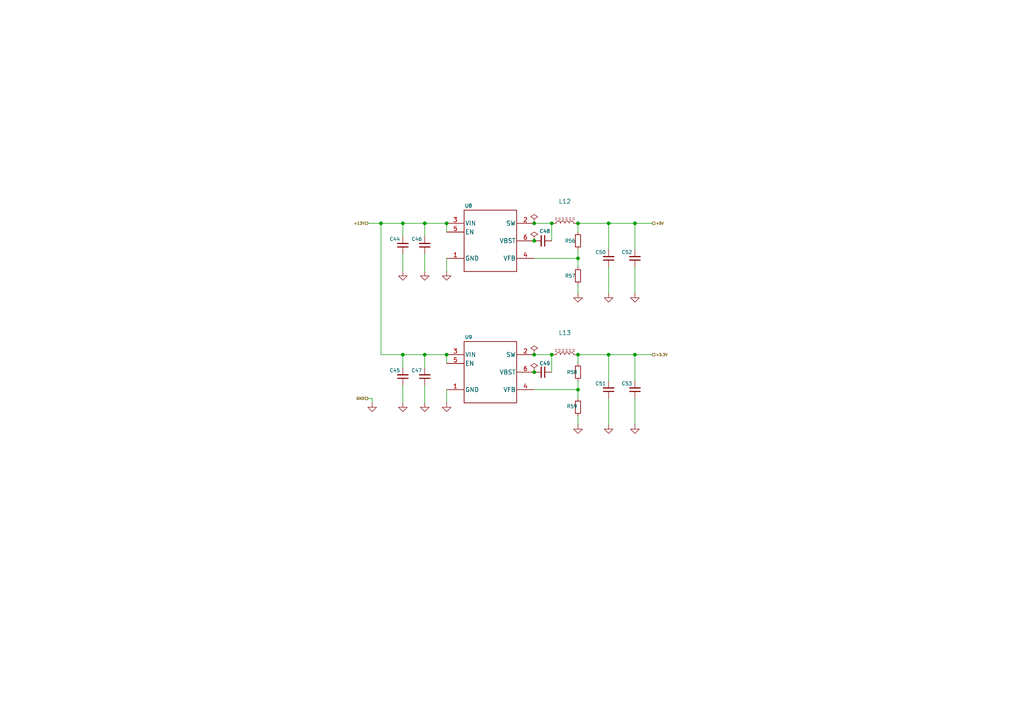
<source format=kicad_sch>
(kicad_sch (version 20250114) (generator "eeschema") (generator_version "9.0")
  (paper "A4")
  (title_block (title "Czujnik parametrów środowiskowych") (date "2026-01-20") (rev "1.0") (company "MarPi82"))
  (lib_symbols
    (symbol "Device:C_Small" (pin_numbers (hide yes)) (pin_names (offset 0.254) (hide yes))
      (property "Reference" "C" (at 0.254 1.778 0))
      (property "Value" "C_Small" (at 0.254 -2.032 0))
      (symbol "C_Small_0_1"
        (polyline (pts (xy -1.524 0.508) (xy 1.524 0.508)) (stroke (width 0.3048)))
        (polyline (pts (xy -1.524 -0.508) (xy 1.524 -0.508)) (stroke (width 0.3302)))
      )
      (symbol "C_Small_1_1"
        (pin passive line (at 0 2.54 270) (length 2.032) (name "~") (number "1"))
        (pin passive line (at 0 -2.54 90) (length 2.032) (name "~") (number "2"))
      )
    )
    (symbol "Device:L_Ferrite" (pin_numbers (hide yes)) (pin_names (offset 1.016) (hide yes))
      (property "Reference" "L" (at -1.27 0 90))
      (property "Value" "L_Ferrite" (at 2.794 0 90))
      (symbol "L_Ferrite_0_1"
        (arc (start 0 2.54) (mid 0.6323 1.905) (end 0 1.27))
        (arc (start 0 1.27) (mid 0.6323 0.635) (end 0 0))
        (arc (start 0 0) (mid 0.6323 -0.635) (end 0 -1.27))
        (arc (start 0 -1.27) (mid 0.6323 -1.905) (end 0 -2.54))
        (polyline (pts (xy 1.016 2.286) (xy 1.016 2.794)))
        (polyline (pts (xy 1.016 1.27) (xy 1.016 1.778)))
        (polyline (pts (xy 1.016 0.254) (xy 1.016 0.762)))
        (polyline (pts (xy 1.016 -0.762) (xy 1.016 -0.254)))
        (polyline (pts (xy 1.016 -1.778) (xy 1.016 -1.27)))
        (polyline (pts (xy 1.016 -2.794) (xy 1.016 -2.286)))
        (polyline (pts (xy 1.524 2.794) (xy 1.524 2.286)))
        (polyline (pts (xy 1.524 1.778) (xy 1.524 1.27)))
        (polyline (pts (xy 1.524 0.762) (xy 1.524 0.254)))
        (polyline (pts (xy 1.524 -0.254) (xy 1.524 -0.762)))
        (polyline (pts (xy 1.524 -1.27) (xy 1.524 -1.778)))
        (polyline (pts (xy 1.524 -2.286) (xy 1.524 -2.794)))
      )
      (symbol "L_Ferrite_1_1"
        (pin passive line (at 0 3.81 270) (length 1.27) (name "1") (number "1"))
        (pin passive line (at 0 -3.81 90) (length 1.27) (name "2") (number "2"))
      )
    )
    (symbol "Device:R_Small" (pin_numbers (hide yes)) (pin_names (offset 0.254) (hide yes))
      (property "Reference" "R" (at 0 0 90))
      (property "Value" "R_Small" (at 1.778 0 90))
      (symbol "R_Small_0_1"
        (rectangle (start -0.762 1.778) (end 0.762 -1.778) (stroke (width 0.2032)))
      )
      (symbol "R_Small_1_1"
        (pin passive line (at 0 2.54 270) (length 0.762) (name "~") (number "1"))
        (pin passive line (at 0 -2.54 90) (length 0.762) (name "~") (number "2"))
      )
    )
    (symbol "MarPi82:TPS563208DDCR" (pin_names (offset 0.254))
      (property "Reference" "U" (at 0 -2.54 0))
      (property "Value" "TPS563208DDCR" (at 0 -5.08 0))
      (symbol "TPS563208DDCR_0_1"
        (polyline (pts (xy -7.62 8.89) (xy -7.62 -8.89)) (stroke (width 0.2032)))
        (polyline (pts (xy -7.62 -8.89) (xy 7.62 -8.89)) (stroke (width 0.2032)))
        (polyline (pts (xy 7.62 8.89) (xy -7.62 8.89)) (stroke (width 0.2032)))
        (polyline (pts (xy 7.62 -8.89) (xy 7.62 8.89)) (stroke (width 0.2032)))
        (pin power_in line (at -12.7 5.08 0) (length 5.08) (name "VIN") (number "3"))
        (pin input line (at -12.7 2.54 0) (length 5.08) (name "EN") (number "5"))
        (pin power_in line (at 12.7 5.08 180) (length 5.08) (name "SW") (number "2"))
        (pin power_in line (at 12.7 0 180) (length 5.08) (name "VBST") (number "6"))
        (pin input line (at 12.7 -5.08 180) (length 5.08) (name "VFB") (number "4"))
      )
      (symbol "TPS563208DDCR_1_1"
        (pin power_in line (at -12.7 -5.08 0) (length 5.08) (name "GND") (number "1"))
      )
    )
    (symbol "power:GND" (power) (pin_numbers (hide yes)) (pin_names (offset 0) (hide yes))
      (property "Value" "GND" (at 0 -3.81 0))
      (symbol "GND_0_1"
        (polyline (pts (xy 0 0) (xy 0 -1.27) (xy 1.27 -1.27) (xy 0 -2.54) (xy -1.27 -1.27) (xy 0 -1.27)))
      )
      (symbol "GND_1_1"
        (pin power_in line (at 0 0 270) (length 0) (name "~") (number "1"))
      )
    )
    (symbol "power:PWR_FLAG" (power) (pin_numbers (hide yes)) (pin_names (offset 0) (hide yes))
      (property "Value" "PWR_FLAG" (at 0 3.81 0))
      (symbol "PWR_FLAG_0_0"
        (pin power_out line (at 0 0 90) (length 0) (name "~") (number "1"))
      )
      (symbol "PWR_FLAG_0_1"
        (polyline (pts (xy 0 0) (xy 0 1.27) (xy -1.016 1.905) (xy 0 2.54) (xy 1.016 1.905) (xy 0 1.27)))
      )
    )
  )
  (junction (at 167.64 64.77))
  (junction (at 184.15 102.87))
  (junction (at 160.02 64.77))
  (junction (at 129.54 64.77))
  (junction (at 154.94 107.95))
  (junction (at 176.53 102.87))
  (junction (at 129.54 102.87))
  (junction (at 167.64 113.03))
  (junction (at 110.49 64.77))
  (junction (at 123.19 64.77))
  (junction (at 154.94 69.85))
  (junction (at 176.53 64.77))
  (junction (at 116.84 64.77))
  (junction (at 167.64 74.93))
  (junction (at 154.94 102.87))
  (junction (at 154.94 64.77))
  (junction (at 116.84 102.87))
  (junction (at 167.64 102.87))
  (junction (at 160.02 102.87))
  (junction (at 184.15 64.77))
  (junction (at 123.19 102.87))
  (wire (pts (xy 129.54 113.03) (xy 129.54 116.84)))
  (wire (pts (xy 167.64 82.55) (xy 167.64 85.09)))
  (wire (pts (xy 123.19 106.68) (xy 123.19 102.87)))
  (wire (pts (xy 176.53 77.47) (xy 176.53 85.09)))
  (wire (pts (xy 167.64 64.77) (xy 167.64 67.31)))
  (wire (pts (xy 107.95 115.57) (xy 106.68 115.57)))
  (wire (pts (xy 129.54 74.93) (xy 129.54 78.74)))
  (wire (pts (xy 160.02 64.77) (xy 160.02 69.85)))
  (wire (pts (xy 123.19 64.77) (xy 129.54 64.77)))
  (wire (pts (xy 123.19 73.66) (xy 123.19 78.74)))
  (wire (pts (xy 123.19 102.87) (xy 129.54 102.87)))
  (wire (pts (xy 167.64 113.03) (xy 167.64 115.57)))
  (wire (pts (xy 123.19 68.58) (xy 123.19 64.77)))
  (wire (pts (xy 154.94 64.77) (xy 160.02 64.77)))
  (wire (pts (xy 184.15 102.87) (xy 176.53 102.87)))
  (wire (pts (xy 184.15 64.77) (xy 176.53 64.77)))
  (wire (pts (xy 129.54 102.87) (xy 129.54 105.41)))
  (wire (pts (xy 176.53 102.87) (xy 167.64 102.87)))
  (wire (pts (xy 167.64 72.39) (xy 167.64 74.93)))
  (wire (pts (xy 167.64 74.93) (xy 167.64 77.47)))
  (wire (pts (xy 110.49 64.77) (xy 110.49 102.87)))
  (wire (pts (xy 184.15 110.49) (xy 184.15 102.87)))
  (wire (pts (xy 160.02 102.87) (xy 160.02 107.95)))
  (wire (pts (xy 116.84 106.68) (xy 116.84 102.87)))
  (wire (pts (xy 154.94 74.93) (xy 167.64 74.93)))
  (wire (pts (xy 176.53 64.77) (xy 176.53 72.39)))
  (wire (pts (xy 107.95 116.84) (xy 107.95 115.57)))
  (wire (pts (xy 167.64 120.65) (xy 167.64 123.19)))
  (wire (pts (xy 116.84 73.66) (xy 116.84 78.74)))
  (wire (pts (xy 176.53 64.77) (xy 167.64 64.77)))
  (wire (pts (xy 123.19 111.76) (xy 123.19 116.84)))
  (wire (pts (xy 129.54 64.77) (xy 129.54 67.31)))
  (wire (pts (xy 167.64 110.49) (xy 167.64 113.03)))
  (wire (pts (xy 116.84 64.77) (xy 123.19 64.77)))
  (wire (pts (xy 116.84 102.87) (xy 110.49 102.87)))
  (wire (pts (xy 184.15 64.77) (xy 189.23 64.77)))
  (wire (pts (xy 184.15 77.47) (xy 184.15 85.09)))
  (wire (pts (xy 184.15 72.39) (xy 184.15 64.77)))
  (wire (pts (xy 184.15 102.87) (xy 189.23 102.87)))
  (wire (pts (xy 116.84 102.87) (xy 123.19 102.87)))
  (wire (pts (xy 184.15 115.57) (xy 184.15 123.19)))
  (wire (pts (xy 176.53 102.87) (xy 176.53 110.49)))
  (wire (pts (xy 176.53 115.57) (xy 176.53 123.19)))
  (wire (pts (xy 167.64 105.41) (xy 167.64 102.87)))
  (wire (pts (xy 116.84 111.76) (xy 116.84 116.84)))
  (wire (pts (xy 154.94 113.03) (xy 167.64 113.03)))
  (wire (pts (xy 116.84 68.58) (xy 116.84 64.77)))
  (wire (pts (xy 110.49 64.77) (xy 116.84 64.77)))
  (wire (pts (xy 106.68 64.77) (xy 110.49 64.77)))
  (wire (pts (xy 154.94 102.87) (xy 160.02 102.87)))
  (hierarchical_label "+3.3V" (shape passive) (at 189.23 102.87 0) (effects (font (size 0.762 0.762))))
  (hierarchical_label "+5V" (shape passive) (at 189.23 64.77 0) (effects (font (size 0.762 0.762))))
  (hierarchical_label "+12V" (shape passive) (at 106.68 64.77 180) (effects (font (size 0.762 0.762))))
  (hierarchical_label "GND" (shape passive) (at 106.68 115.57 180) (effects (font (size 0.762 0.762))))
  (symbol (lib_id "power:GND") (at 184.15 85.09 0) (unit 1)
    (property "Reference" "#PWR076" (effects (hide yes)))
    (property "Value" "GND" (effects (hide yes)))
    (property "Description" "Power symbol creates a global label with name \"GND\" , ground" (effects (hide yes)))
  )
  (symbol (lib_id "Device:R_Small") (at 167.64 80.01 0) (unit 1)
    (property "Reference" "R57" (at 163.83 80.01 0) (effects (font (size 1.016 1.016)) (justify left)))
    (property "Value" "10kΩ" (effects (hide yes)))
    (property "Footprint" "Resistor_SMD:R_0603_1608Metric" (effects (hide yes)))
    (property "Description" "Resistor, small symbol" (effects (hide yes)))
    (property "DigiKey_Part_Number" "541-10.0KHCT-ND" (effects (hide yes)))
    (property "Power" "0.125W, 1/8W" (effects (hide yes)))
    (property "Tolerance" "1%" (effects (hide yes)))
    (property "Manufacturer_Name" "CRCW060310K0FKEA" (effects (hide yes)))
    (property "Manufacturer_Part_Number" "Vishay Dale" (effects (hide yes)))
    (property "PACKAGE" "0603" (effects (hide yes)))
  )
  (symbol (lib_id "power:GND") (at 123.19 78.74 0) (unit 1)
    (property "Reference" "#PWR068" (effects (hide yes)))
    (property "Value" "GND" (effects (hide yes)))
    (property "Description" "Power symbol creates a global label with name \"GND\" , ground" (effects (hide yes)))
  )
  (symbol (lib_id "Device:C_Small") (at 116.84 109.22 180) (unit 1)
    (property "Reference" "C45" (at 116.078 107.442 0) (effects (font (size 1.016 1.016)) (justify left)))
    (property "Value" "10uF/1206" (effects (hide yes)))
    (property "Footprint" "Capacitor_SMD:C_1210_3225Metric" (effects (hide yes)))
    (property "Description" "Unpolarized capacitor, small symbol" (effects (hide yes)))
    (property "DigiKey_Part_Number" "445-3942-1-ND" (effects (hide yes)))
    (property "Rated_Voltage" "25V" (effects (hide yes)))
    (property "Temperature_Coefficient" "X7R" (effects (hide yes)))
    (property "Manufacturer_Name" "C3225X7R1E106K250AC" (effects (hide yes)))
    (property "Manufacturer_Part_Number" "TDK" (effects (hide yes)))
    (property "PACKAGE" "1210" (effects (hide yes)))
  )
  (symbol (lib_id "Device:R_Small") (at 167.64 107.95 0) (unit 1)
    (property "Reference" "R58" (at 164.338 107.95 0) (effects (font (size 1.016 1.016)) (justify left)))
    (property "Value" "33,2kΩ" (effects (hide yes)))
    (property "Footprint" "Resistor_SMD:R_0603_1608Metric" (effects (hide yes)))
    (property "Description" "Resistor, small symbol" (effects (hide yes)))
    (property "DigiKey_Part_Number" "541-33.2KHCT-ND" (effects (hide yes)))
    (property "Power" "0.25W, 1/4W" (effects (hide yes)))
    (property "Tolerance" "1%" (effects (hide yes)))
    (property "Manufacturer_Name" "CRCW060333K2FKEA" (effects (hide yes)))
    (property "Manufacturer_Part_Number" "Vishay Dale" (effects (hide yes)))
    (property "PACKAGE" "0805" (effects (hide yes)))
  )
  (symbol (lib_id "power:GND") (at 176.53 123.19 0) (unit 1)
    (property "Reference" "#PWR075" (effects (hide yes)))
    (property "Value" "GND" (effects (hide yes)))
    (property "Description" "Power symbol creates a global label with name \"GND\" , ground" (effects (hide yes)))
  )
  (symbol (lib_id "power:GND") (at 123.19 116.84 0) (unit 1)
    (property "Reference" "#PWR069" (effects (hide yes)))
    (property "Value" "GND" (effects (hide yes)))
    (property "Description" "Power symbol creates a global label with name \"GND\" , ground" (effects (hide yes)))
  )
  (symbol (lib_id "Device:C_Small") (at 176.53 113.03 180) (unit 1)
    (property "Reference" "C51" (at 175.768 111.252 0) (effects (font (size 1.016 1.016)) (justify left)))
    (property "Value" "22uF" (effects (hide yes)))
    (property "Footprint" "Capacitor_SMD:C_1210_3225Metric" (effects (hide yes)))
    (property "Description" "Unpolarized capacitor, small symbol" (effects (hide yes)))
    (property "DigiKey_Part_Number" "1276-3392-1-ND" (effects (hide yes)))
    (property "Manufacturer_Name" "CL32B226KAJNNNE" (effects (hide yes)))
    (property "Manufacturer_Part_Number" "Samsung" (effects (hide yes)))
    (property "PACKAGE" "2110" (effects (hide yes)))
    (property "Rated_Voltage" "25V" (effects (hide yes)))
    (property "Temperature_Coefficient" "X7R" (effects (hide yes)))
  )
  (symbol (lib_id "Device:C_Small") (at 157.48 107.95 270) (unit 1)
    (property "Reference" "C49" (at 156.464 105.41 90) (effects (font (size 1.016 1.016)) (justify left)))
    (property "Value" "0,1uF" (effects (hide yes)))
    (property "Footprint" "Capacitor_SMD:C_0603_1608Metric" (effects (hide yes)))
    (property "Description" "Unpolarized capacitor, small symbol" (effects (hide yes)))
    (property "DigiKey_Part_Number" "1276-1018-1-ND" (effects (hide yes)))
    (property "Manufacturer_Name" "CL10B102KB8NNNC" (effects (hide yes)))
    (property "Manufacturer_Part_Number" "Samsung" (effects (hide yes)))
    (property "PACKAGE" "0603" (effects (hide yes)))
    (property "Rated_Voltage" "50V" (effects (hide yes)))
    (property "Temperature_Coefficient" "X7R" (effects (hide yes)))
  )
  (symbol (lib_id "power:PWR_FLAG") (at 154.94 102.87 0) (unit 1)
    (property "Reference" "#FLG015" (effects (hide yes)))
    (property "Value" "PWR_FLAG" (effects (hide yes)))
    (property "Description" "Special symbol for telling ERC where power comes from" (effects (hide yes)))
  )
  (symbol (lib_id "Device:C_Small") (at 184.15 74.93 180) (unit 1)
    (property "Reference" "C52" (at 183.388 73.152 0) (effects (font (size 1.016 1.016)) (justify left)))
    (property "Value" "22uF" (effects (hide yes)))
    (property "Footprint" "Capacitor_SMD:C_1210_3225Metric" (effects (hide yes)))
    (property "Description" "Unpolarized capacitor, small symbol" (effects (hide yes)))
    (property "DigiKey_Part_Number" "1276-3392-1-ND" (effects (hide yes)))
    (property "Manufacturer_Name" "CL32B226KAJNNNE" (effects (hide yes)))
    (property "Manufacturer_Part_Number" "Samsung" (effects (hide yes)))
    (property "PACKAGE" "2110" (effects (hide yes)))
    (property "Rated_Voltage" "25V" (effects (hide yes)))
    (property "Temperature_Coefficient" "X7R" (effects (hide yes)))
  )
  (symbol (lib_id "Device:R_Small") (at 167.64 69.85 0) (unit 1)
    (property "Reference" "R56" (at 163.83 69.85 0) (effects (font (size 1.016 1.016)) (justify left)))
    (property "Value" "56,2kΩ" (effects (hide yes)))
    (property "Footprint" "Resistor_SMD:R_0603_1608Metric" (effects (hide yes)))
    (property "Description" "Resistor, small symbol" (effects (hide yes)))
    (property "DigiKey_Part_Number" "541-56.2KHCT-ND" (effects (hide yes)))
    (property "Power" "0.25W, 1/4W" (effects (hide yes)))
    (property "Tolerance" "1%" (effects (hide yes)))
    (property "Manufacturer_Name" "CRCW060356K2FKEA" (effects (hide yes)))
    (property "Manufacturer_Part_Number" "Vishay Dale" (effects (hide yes)))
    (property "PACKAGE" "0805" (effects (hide yes)))
  )
  (symbol (lib_id "Device:C_Small") (at 123.19 71.12 180) (unit 1)
    (property "Reference" "C46" (at 122.428 69.342 0) (effects (font (size 1.016 1.016)) (justify left)))
    (property "Value" "10uF/1206" (effects (hide yes)))
    (property "Footprint" "Capacitor_SMD:C_1210_3225Metric" (effects (hide yes)))
    (property "Description" "Unpolarized capacitor, small symbol" (effects (hide yes)))
    (property "DigiKey_Part_Number" "445-3942-1-ND" (effects (hide yes)))
    (property "Rated_Voltage" "25V" (effects (hide yes)))
    (property "Temperature_Coefficient" "X7R" (effects (hide yes)))
    (property "Manufacturer_Name" "C3225X7R1E106K250AC" (effects (hide yes)))
    (property "Manufacturer_Part_Number" "TDK" (effects (hide yes)))
    (property "PACKAGE" "1210" (effects (hide yes)))
  )
  (symbol (lib_id "Device:L_Ferrite") (at 163.83 64.77 90) (unit 1)
    (property "Reference" "L12" (at 163.83 58.42 90))
    (property "Value" "3.3uH" (effects (hide yes)))
    (property "Footprint" "MarPi82:DR74" (effects (hide yes)))
    (property "Description" "Inductor with ferrite core" (effects (hide yes)))
    (property "DigiKey_Part_Number" "513-1665-1-ND" (effects (hide yes)))
    (property "Manufacturer_Name" "DR74-3R3-R" (effects (hide yes)))
    (property "Manufacturer_Part_Number" "Eaton - Electronics Division" (effects (hide yes)))
  )
  (symbol (lib_id "Device:C_Small") (at 123.19 109.22 180) (unit 1)
    (property "Reference" "C47" (at 122.428 107.442 0) (effects (font (size 1.016 1.016)) (justify left)))
    (property "Value" "10uF/1206" (effects (hide yes)))
    (property "Footprint" "Capacitor_SMD:C_1210_3225Metric" (effects (hide yes)))
    (property "Description" "Unpolarized capacitor, small symbol" (effects (hide yes)))
    (property "DigiKey_Part_Number" "445-3942-1-ND" (effects (hide yes)))
    (property "Rated_Voltage" "25V" (effects (hide yes)))
    (property "Temperature_Coefficient" "X7R" (effects (hide yes)))
    (property "Manufacturer_Name" "C3225X7R1E106K250AC" (effects (hide yes)))
    (property "Manufacturer_Part_Number" "TDK" (effects (hide yes)))
    (property "PACKAGE" "1210" (effects (hide yes)))
  )
  (symbol (lib_id "power:PWR_FLAG") (at 154.94 64.77 0) (unit 1)
    (property "Reference" "#FLG013" (effects (hide yes)))
    (property "Value" "PWR_FLAG" (effects (hide yes)))
    (property "Description" "Special symbol for telling ERC where power comes from" (effects (hide yes)))
  )
  (symbol (lib_id "Device:C_Small") (at 176.53 74.93 180) (unit 1)
    (property "Reference" "C50" (at 175.768 73.152 0) (effects (font (size 1.016 1.016)) (justify left)))
    (property "Value" "22uF" (effects (hide yes)))
    (property "Footprint" "Capacitor_SMD:C_1210_3225Metric" (effects (hide yes)))
    (property "Description" "Unpolarized capacitor, small symbol" (effects (hide yes)))
    (property "DigiKey_Part_Number" "1276-3392-1-ND" (effects (hide yes)))
    (property "Manufacturer_Name" "CL32B226KAJNNNE" (effects (hide yes)))
    (property "Manufacturer_Part_Number" "Samsung" (effects (hide yes)))
    (property "PACKAGE" "2110" (effects (hide yes)))
    (property "Rated_Voltage" "25V" (effects (hide yes)))
    (property "Temperature_Coefficient" "X7R" (effects (hide yes)))
  )
  (symbol (lib_id "power:GND") (at 129.54 78.74 0) (unit 1)
    (property "Reference" "#PWR070" (effects (hide yes)))
    (property "Value" "GND" (effects (hide yes)))
    (property "Description" "Power symbol creates a global label with name \"GND\" , ground" (effects (hide yes)))
  )
  (symbol (lib_id "power:GND") (at 167.64 123.19 0) (unit 1)
    (property "Reference" "#PWR073" (effects (hide yes)))
    (property "Value" "GND" (effects (hide yes)))
    (property "Description" "Power symbol creates a global label with name \"GND\" , ground" (effects (hide yes)))
  )
  (symbol (lib_id "power:GND") (at 107.95 116.84 0) (unit 1)
    (property "Reference" "#PWR065" (effects (hide yes)))
    (property "Value" "GND" (effects (hide yes)))
    (property "Description" "Power symbol creates a global label with name \"GND\" , ground" (effects (hide yes)))
  )
  (symbol (lib_id "power:GND") (at 167.64 85.09 0) (unit 1)
    (property "Reference" "#PWR072" (effects (hide yes)))
    (property "Value" "GND" (effects (hide yes)))
    (property "Description" "Power symbol creates a global label with name \"GND\" , ground" (effects (hide yes)))
  )
  (symbol (lib_id "power:PWR_FLAG") (at 154.94 107.95 0) (unit 1)
    (property "Reference" "#FLG016" (effects (hide yes)))
    (property "Value" "PWR_FLAG" (effects (hide yes)))
    (property "Description" "Special symbol for telling ERC where power comes from" (effects (hide yes)))
  )
  (symbol (lib_id "Device:C_Small") (at 157.48 69.85 270) (unit 1)
    (property "Reference" "C48" (at 156.464 67.056 90) (effects (font (size 1.016 1.016)) (justify left)))
    (property "Value" "0,1uF" (effects (hide yes)))
    (property "Footprint" "Capacitor_SMD:C_0603_1608Metric" (effects (hide yes)))
    (property "Description" "Unpolarized capacitor, small symbol" (effects (hide yes)))
    (property "DigiKey_Part_Number" "1276-1018-1-ND" (effects (hide yes)))
    (property "Manufacturer_Name" "CL10B102KB8NNNC" (effects (hide yes)))
    (property "Manufacturer_Part_Number" "Samsung" (effects (hide yes)))
    (property "PACKAGE" "0603" (effects (hide yes)))
    (property "Rated_Voltage" "50V" (effects (hide yes)))
    (property "Temperature_Coefficient" "X7R" (effects (hide yes)))
  )
  (symbol (lib_id "power:GND") (at 129.54 116.84 0) (unit 1)
    (property "Reference" "#PWR071" (effects (hide yes)))
    (property "Value" "GND" (effects (hide yes)))
    (property "Description" "Power symbol creates a global label with name \"GND\" , ground" (effects (hide yes)))
  )
  (symbol (lib_id "MarPi82:TPS563208DDCR") (at 142.24 107.95 0) (unit 1)
    (property "Reference" "U9" (at 135.89 97.79 0) (effects (font (size 1.016 1.016))))
    (property "Value" "TPS563208" (effects (hide yes)))
    (property "Footprint" "Package_TO_SOT_SMD:SOT-23-6" (effects (hide yes)))
    (property "Datasheet" "https://www.ti.com/lit/gpn/tps563208" (effects (hide yes)))
    (property "DigiKey_Part_Number" "296-44844-1-ND" (effects (hide yes)))
    (property "Manufacturer_Name" "TPS563208DDCR" (effects (hide yes)))
    (property "Manufacturer_Part_Number" "Texas Instruments" (effects (hide yes)))
    (property "PACKAGE" "SOT-23-6 Thin, TSOT-23-6" (effects (hide yes)))
  )
  (symbol (lib_id "power:PWR_FLAG") (at 154.94 69.85 0) (unit 1)
    (property "Reference" "#FLG014" (effects (hide yes)))
    (property "Value" "PWR_FLAG" (effects (hide yes)))
    (property "Description" "Special symbol for telling ERC where power comes from" (effects (hide yes)))
  )
  (symbol (lib_id "power:GND") (at 184.15 123.19 0) (unit 1)
    (property "Reference" "#PWR077" (effects (hide yes)))
    (property "Value" "GND" (effects (hide yes)))
    (property "Description" "Power symbol creates a global label with name \"GND\" , ground" (effects (hide yes)))
  )
  (symbol (lib_id "MarPi82:TPS563208DDCR") (at 142.24 69.85 0) (unit 1)
    (property "Reference" "U8" (at 135.89 59.69 0) (effects (font (size 1.016 1.016))))
    (property "Value" "TPS563208" (effects (hide yes)))
    (property "Footprint" "Package_TO_SOT_SMD:SOT-23-6" (effects (hide yes)))
    (property "Datasheet" "https://www.ti.com/lit/gpn/tps563208" (effects (hide yes)))
    (property "DigiKey_Part_Number" "296-44844-1-ND" (effects (hide yes)))
    (property "Manufacturer_Name" "TPS563208DDCR" (effects (hide yes)))
    (property "Manufacturer_Part_Number" "Texas Instruments" (effects (hide yes)))
    (property "PACKAGE" "SOT-23-6 Thin, TSOT-23-6" (effects (hide yes)))
  )
  (symbol (lib_id "power:GND") (at 116.84 116.84 0) (unit 1)
    (property "Reference" "#PWR067" (effects (hide yes)))
    (property "Value" "GND" (effects (hide yes)))
    (property "Description" "Power symbol creates a global label with name \"GND\" , ground" (effects (hide yes)))
  )
  (symbol (lib_id "Device:C_Small") (at 116.84 71.12 180) (unit 1)
    (property "Reference" "C44" (at 116.078 69.342 0) (effects (font (size 1.016 1.016)) (justify left)))
    (property "Value" "10uF/1206" (effects (hide yes)))
    (property "Footprint" "Capacitor_SMD:C_1210_3225Metric" (effects (hide yes)))
    (property "Description" "Unpolarized capacitor, small symbol" (effects (hide yes)))
    (property "DigiKey_Part_Number" "445-3942-1-ND" (effects (hide yes)))
    (property "Rated_Voltage" "25V" (effects (hide yes)))
    (property "Temperature_Coefficient" "X7R" (effects (hide yes)))
    (property "Manufacturer_Name" "C3225X7R1E106K250AC" (effects (hide yes)))
    (property "Manufacturer_Part_Number" "TDK" (effects (hide yes)))
    (property "PACKAGE" "1210" (effects (hide yes)))
  )
  (symbol (lib_id "Device:L_Ferrite") (at 163.83 102.87 90) (unit 1)
    (property "Reference" "L13" (at 163.83 96.52 90))
    (property "Value" "2.2uH" (effects (hide yes)))
    (property "Footprint" "MarPi82:DR74" (effects (hide yes)))
    (property "Description" "Inductor with ferrite core" (effects (hide yes)))
    (property "DigiKey_Part_Number" "513-1140-1-ND" (effects (hide yes)))
    (property "Manufacturer_Name" "DR74-2R2-R" (effects (hide yes)))
    (property "Manufacturer_Part_Number" "Eaton - Electronics Division" (effects (hide yes)))
  )
  (symbol (lib_id "power:GND") (at 176.53 85.09 0) (unit 1)
    (property "Reference" "#PWR074" (effects (hide yes)))
    (property "Value" "GND" (effects (hide yes)))
    (property "Description" "Power symbol creates a global label with name \"GND\" , ground" (effects (hide yes)))
  )
  (symbol (lib_id "Device:R_Small") (at 167.64 118.11 0) (unit 1)
    (property "Reference" "R59" (at 164.338 117.856 0) (effects (font (size 1.016 1.016)) (justify left)))
    (property "Value" "10kΩ" (effects (hide yes)))
    (property "Footprint" "Resistor_SMD:R_0603_1608Metric" (effects (hide yes)))
    (property "Description" "Resistor, small symbol" (effects (hide yes)))
    (property "DigiKey_Part_Number" "541-10.0KHCT-ND" (effects (hide yes)))
    (property "Power" "0.125W, 1/8W" (effects (hide yes)))
    (property "Tolerance" "1%" (effects (hide yes)))
    (property "Manufacturer_Name" "CRCW060310K0FKEA" (effects (hide yes)))
    (property "Manufacturer_Part_Number" "Vishay Dale" (effects (hide yes)))
    (property "PACKAGE" "0603" (effects (hide yes)))
  )
  (symbol (lib_id "power:GND") (at 116.84 78.74 0) (unit 1)
    (property "Reference" "#PWR066" (effects (hide yes)))
    (property "Value" "GND" (effects (hide yes)))
    (property "Description" "Power symbol creates a global label with name \"GND\" , ground" (effects (hide yes)))
  )
  (symbol (lib_id "Device:C_Small") (at 184.15 113.03 180) (unit 1)
    (property "Reference" "C53" (at 183.388 111.252 0) (effects (font (size 1.016 1.016)) (justify left)))
    (property "Value" "22uF" (effects (hide yes)))
    (property "Footprint" "Capacitor_SMD:C_1210_3225Metric" (effects (hide yes)))
    (property "Description" "Unpolarized capacitor, small symbol" (effects (hide yes)))
    (property "DigiKey_Part_Number" "1276-3392-1-ND" (effects (hide yes)))
    (property "Manufacturer_Name" "CL32B226KAJNNNE" (effects (hide yes)))
    (property "Manufacturer_Part_Number" "Samsung" (effects (hide yes)))
    (property "PACKAGE" "2110" (effects (hide yes)))
    (property "Rated_Voltage" "25V" (effects (hide yes)))
    (property "Temperature_Coefficient" "X7R" (effects (hide yes)))
  )
)
</source>
